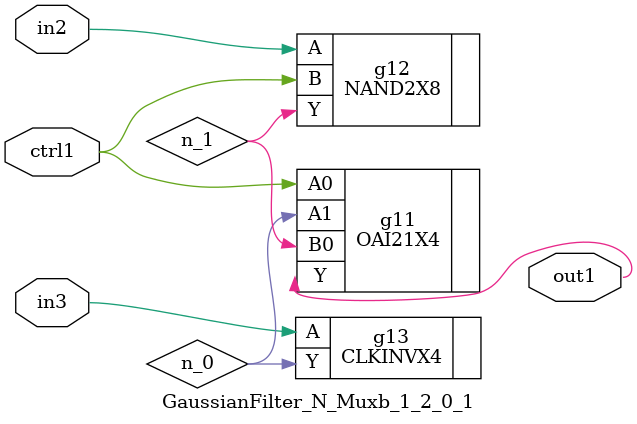
<source format=v>
`timescale 1ps / 1ps


module GaussianFilter_N_Muxb_1_2_0_1(in3, in2, ctrl1, out1);
  input in3, in2, ctrl1;
  output out1;
  wire in3, in2, ctrl1;
  wire out1;
  wire n_0, n_1;
  OAI21X4 g11(.A0 (ctrl1), .A1 (n_0), .B0 (n_1), .Y (out1));
  NAND2X8 g12(.A (in2), .B (ctrl1), .Y (n_1));
  CLKINVX4 g13(.A (in3), .Y (n_0));
endmodule



</source>
